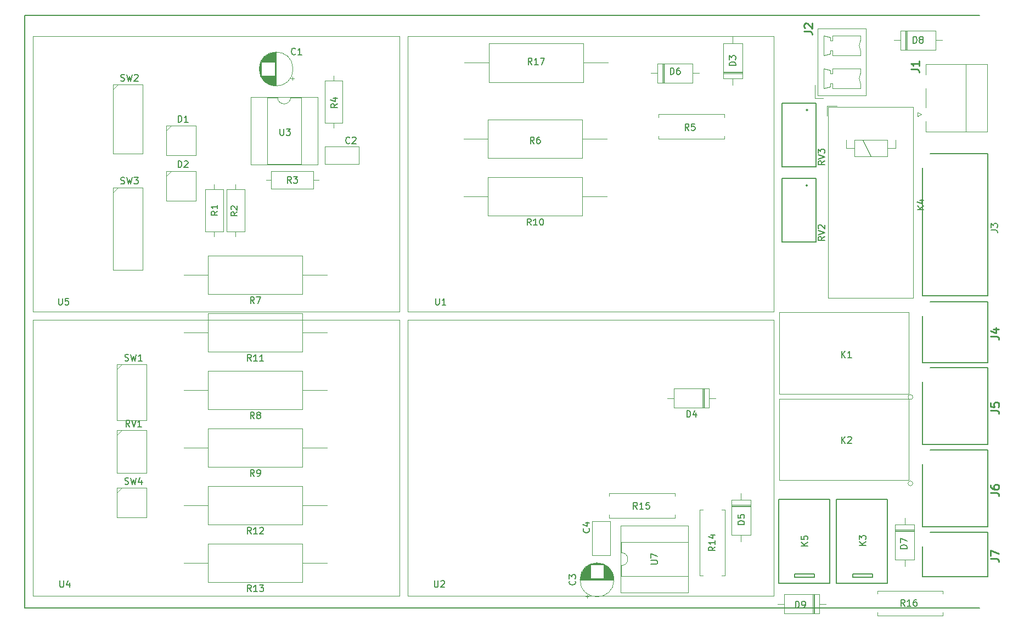
<source format=gbr>
G04 #@! TF.GenerationSoftware,KiCad,Pcbnew,(5.1.4-0-10_14)*
G04 #@! TF.CreationDate,2020-07-27T00:28:24+01:00*
G04 #@! TF.ProjectId,lightsBoard,6c696768-7473-4426-9f61-72642e6b6963,rev?*
G04 #@! TF.SameCoordinates,Original*
G04 #@! TF.FileFunction,Legend,Top*
G04 #@! TF.FilePolarity,Positive*
%FSLAX46Y46*%
G04 Gerber Fmt 4.6, Leading zero omitted, Abs format (unit mm)*
G04 Created by KiCad (PCBNEW (5.1.4-0-10_14)) date 2020-07-27 00:28:24*
%MOMM*%
%LPD*%
G04 APERTURE LIST*
%ADD10C,0.150000*%
%ADD11C,0.120000*%
%ADD12C,0.152400*%
%ADD13C,0.100000*%
%ADD14C,0.200000*%
%ADD15C,0.254000*%
G04 APERTURE END LIST*
D10*
X81280000Y-142240000D02*
X81280000Y-50800000D01*
X228600000Y-142240000D02*
X81280000Y-142240000D01*
X81280000Y-50800000D02*
X228600000Y-50800000D01*
X206502000Y-138430000D02*
X206502000Y-125476000D01*
X214376000Y-138430000D02*
X206502000Y-138430000D01*
X214376000Y-125476000D02*
X214376000Y-138430000D01*
X206502000Y-125476000D02*
X214376000Y-125476000D01*
X197612000Y-138430000D02*
X197612000Y-125476000D01*
X205486000Y-138430000D02*
X197612000Y-138430000D01*
X205486000Y-125476000D02*
X205486000Y-138430000D01*
X197612000Y-125476000D02*
X205486000Y-125476000D01*
D11*
X140335000Y-96520000D02*
X140335000Y-53975000D01*
X196850000Y-96520000D02*
X140335000Y-96520000D01*
X196850000Y-53975000D02*
X196850000Y-96520000D01*
X140335000Y-53975000D02*
X196850000Y-53975000D01*
X82550000Y-96520000D02*
X82550000Y-53975000D01*
X139065000Y-96520000D02*
X82550000Y-96520000D01*
X139065000Y-53975000D02*
X139065000Y-96520000D01*
X82550000Y-53975000D02*
X139065000Y-53975000D01*
X219015000Y-66340000D02*
X219015000Y-65740000D01*
X219615000Y-66040000D02*
X219015000Y-66340000D01*
X219015000Y-65740000D02*
X219615000Y-66040000D01*
X226415000Y-68690000D02*
X226415000Y-58310000D01*
X220305000Y-64990000D02*
X220305000Y-62010000D01*
X220305000Y-58310000D02*
X220305000Y-59910000D01*
X220305000Y-68690000D02*
X220305000Y-67090000D01*
X229725000Y-58310000D02*
X220305000Y-58310000D01*
X229725000Y-68690000D02*
X229725000Y-58310000D01*
X220305000Y-68690000D02*
X229725000Y-68690000D01*
X203176000Y-63555500D02*
X203176000Y-61555500D01*
X204426000Y-63555500D02*
X203176000Y-63555500D01*
X210176000Y-53935500D02*
X210176000Y-54685500D01*
X205876000Y-53935500D02*
X210176000Y-53935500D01*
X205876000Y-54685500D02*
X205876000Y-53935500D01*
X205526000Y-54685500D02*
X205876000Y-54685500D01*
X205526000Y-54185500D02*
X205526000Y-54685500D01*
X204526000Y-53935500D02*
X205526000Y-54185500D01*
X204526000Y-56935500D02*
X204526000Y-53935500D01*
X205526000Y-56685500D02*
X204526000Y-56935500D01*
X205526000Y-56185500D02*
X205526000Y-56685500D01*
X205876000Y-56185500D02*
X205526000Y-56185500D01*
X205876000Y-56935500D02*
X205876000Y-56185500D01*
X210176000Y-56935500D02*
X205876000Y-56935500D01*
X210176000Y-56185500D02*
X210176000Y-56935500D01*
X210176000Y-59015500D02*
X210176000Y-59765500D01*
X205876000Y-59015500D02*
X210176000Y-59015500D01*
X205876000Y-59765500D02*
X205876000Y-59015500D01*
X205526000Y-59765500D02*
X205876000Y-59765500D01*
X205526000Y-59265500D02*
X205526000Y-59765500D01*
X204526000Y-59015500D02*
X205526000Y-59265500D01*
X204526000Y-62015500D02*
X204526000Y-59015500D01*
X205526000Y-61765500D02*
X204526000Y-62015500D01*
X205526000Y-61265500D02*
X205526000Y-61765500D01*
X205876000Y-61265500D02*
X205526000Y-61265500D01*
X205876000Y-62015500D02*
X205876000Y-61265500D01*
X210176000Y-62015500D02*
X205876000Y-62015500D01*
X210176000Y-61265500D02*
X210176000Y-62015500D01*
X203566000Y-52785500D02*
X203566000Y-63165500D01*
X211036000Y-52785500D02*
X203566000Y-52785500D01*
X211036000Y-63165500D02*
X211036000Y-52785500D01*
X203566000Y-63165500D02*
X211036000Y-63165500D01*
X210175845Y-54685853D02*
G75*
G03X210176000Y-56185500I1700155J-749647D01*
G01*
X210175845Y-59765853D02*
G75*
G03X210176000Y-61265500I1700155J-749647D01*
G01*
D12*
X203327000Y-74117200D02*
X203327000Y-64338200D01*
X203327000Y-64338200D02*
X198120000Y-64338200D01*
X198120000Y-64338200D02*
X198120000Y-74117200D01*
X198120000Y-74117200D02*
X203327000Y-74117200D01*
X202057000Y-65405000D02*
G75*
G03X202057000Y-65405000I-127000J0D01*
G01*
D13*
X210566000Y-70040500D02*
X211836000Y-72580500D01*
D11*
X205226000Y-64950500D02*
X205226000Y-94350500D01*
X205226000Y-94350500D02*
X218326000Y-94350500D01*
X218326000Y-94350500D02*
X218326000Y-64950500D01*
X218326000Y-64950500D02*
X205226000Y-64950500D01*
X209296000Y-70040500D02*
X209296000Y-71310500D01*
X214376000Y-70040500D02*
X209296000Y-70040500D01*
X214376000Y-72580500D02*
X214376000Y-70040500D01*
X209296000Y-72580500D02*
X214376000Y-72580500D01*
X209296000Y-71310500D02*
X209296000Y-72580500D01*
X208026000Y-71310500D02*
X209296000Y-71310500D01*
X208026000Y-70040500D02*
X208026000Y-71310500D01*
X215646000Y-71310500D02*
X215646000Y-70040500D01*
X214376000Y-71310500D02*
X215646000Y-71310500D01*
X206526000Y-64750500D02*
X205026000Y-64750500D01*
X205026000Y-64750500D02*
X205026000Y-66250500D01*
D10*
X200025000Y-137477500D02*
X200025000Y-136969500D01*
X203073000Y-137477500D02*
X200025000Y-137477500D01*
X203073000Y-136969500D02*
X203073000Y-137477500D01*
X200025000Y-136969500D02*
X203073000Y-136969500D01*
D12*
X203327000Y-85737700D02*
X203327000Y-75958700D01*
X203327000Y-75958700D02*
X198120000Y-75958700D01*
X198120000Y-75958700D02*
X198120000Y-85737700D01*
X198120000Y-85737700D02*
X203327000Y-85737700D01*
X202057000Y-77025500D02*
G75*
G03X202057000Y-77025500I-127000J0D01*
G01*
D10*
X208978500Y-137477500D02*
X208978500Y-136969500D01*
X212026500Y-137477500D02*
X208978500Y-137477500D01*
X212026500Y-136969500D02*
X212026500Y-137477500D01*
X208978500Y-136969500D02*
X212026500Y-136969500D01*
D11*
X173235000Y-129543500D02*
X173235000Y-139823500D01*
X183635000Y-129543500D02*
X173235000Y-129543500D01*
X183635000Y-139823500D02*
X183635000Y-129543500D01*
X173235000Y-139823500D02*
X183635000Y-139823500D01*
X173295000Y-132033500D02*
X173295000Y-133683500D01*
X183575000Y-132033500D02*
X173295000Y-132033500D01*
X183575000Y-137333500D02*
X183575000Y-132033500D01*
X173295000Y-137333500D02*
X183575000Y-137333500D01*
X173295000Y-135683500D02*
X173295000Y-137333500D01*
X173295000Y-133683500D02*
G75*
G02X173295000Y-135683500I0J-1000000D01*
G01*
X82550000Y-140335000D02*
X82550000Y-97790000D01*
X139065000Y-140335000D02*
X82550000Y-140335000D01*
X139065000Y-97790000D02*
X139065000Y-140335000D01*
X82550000Y-97790000D02*
X139065000Y-97790000D01*
X126425000Y-63380000D02*
X116145000Y-63380000D01*
X126425000Y-73780000D02*
X126425000Y-63380000D01*
X116145000Y-73780000D02*
X126425000Y-73780000D01*
X116145000Y-63380000D02*
X116145000Y-73780000D01*
X123935000Y-63440000D02*
X122285000Y-63440000D01*
X123935000Y-73720000D02*
X123935000Y-63440000D01*
X118635000Y-73720000D02*
X123935000Y-73720000D01*
X118635000Y-63440000D02*
X118635000Y-73720000D01*
X120285000Y-63440000D02*
X118635000Y-63440000D01*
X122285000Y-63440000D02*
G75*
G02X120285000Y-63440000I-1000000J0D01*
G01*
X140335000Y-140335000D02*
X140335000Y-97790000D01*
X196850000Y-140335000D02*
X140335000Y-140335000D01*
X196850000Y-97790000D02*
X196850000Y-140335000D01*
X140335000Y-97790000D02*
X196850000Y-97790000D01*
X95504000Y-124460000D02*
X96266000Y-123698000D01*
X100076000Y-123698000D02*
X95504000Y-123698000D01*
X100076000Y-128270000D02*
X100076000Y-123698000D01*
X95504000Y-128270000D02*
X100076000Y-128270000D01*
X95504000Y-123698000D02*
X95504000Y-128270000D01*
X94869000Y-90043000D02*
X99441000Y-90043000D01*
X94869000Y-78105000D02*
X95631000Y-77343000D01*
X99441000Y-77343000D02*
X94869000Y-77343000D01*
X99441000Y-90043000D02*
X99441000Y-77343000D01*
X94869000Y-77343000D02*
X94869000Y-90043000D01*
X94869000Y-72136000D02*
X99441000Y-72136000D01*
X94869000Y-62230000D02*
X95631000Y-61468000D01*
X99441000Y-61468000D02*
X94869000Y-61468000D01*
X99441000Y-72136000D02*
X99441000Y-61468000D01*
X94869000Y-61468000D02*
X94869000Y-72136000D01*
X95504000Y-113284000D02*
X100076000Y-113284000D01*
X95504000Y-105410000D02*
X96266000Y-104648000D01*
X100076000Y-104648000D02*
X95504000Y-104648000D01*
X100076000Y-113284000D02*
X100076000Y-104648000D01*
X95504000Y-104648000D02*
X95504000Y-113284000D01*
X95504000Y-115570000D02*
X96266000Y-114808000D01*
X100076000Y-114808000D02*
X95504000Y-114808000D01*
X100076000Y-121412000D02*
X100076000Y-114808000D01*
X95504000Y-121412000D02*
X100076000Y-121412000D01*
X95504000Y-114808000D02*
X95504000Y-121412000D01*
X171215225Y-58100000D02*
X167425225Y-58100000D01*
X149095225Y-58100000D02*
X152885225Y-58100000D01*
X167425225Y-55130000D02*
X152885225Y-55130000D01*
X167425225Y-61070000D02*
X167425225Y-55130000D01*
X152885225Y-61070000D02*
X167425225Y-61070000D01*
X152885225Y-55130000D02*
X152885225Y-61070000D01*
X222938500Y-143398000D02*
X222938500Y-142918000D01*
X212798500Y-143398000D02*
X222938500Y-143398000D01*
X212798500Y-142918000D02*
X212798500Y-143398000D01*
X222938500Y-139558000D02*
X222938500Y-140038000D01*
X212798500Y-139558000D02*
X222938500Y-139558000D01*
X212798500Y-140038000D02*
X212798500Y-139558000D01*
X181600000Y-128348500D02*
X181600000Y-127868500D01*
X171460000Y-128348500D02*
X181600000Y-128348500D01*
X171460000Y-127868500D02*
X171460000Y-128348500D01*
X181600000Y-124508500D02*
X181600000Y-124988500D01*
X171460000Y-124508500D02*
X181600000Y-124508500D01*
X171460000Y-124988500D02*
X171460000Y-124508500D01*
X189245000Y-127073500D02*
X188765000Y-127073500D01*
X189245000Y-137213500D02*
X189245000Y-127073500D01*
X188765000Y-137213500D02*
X189245000Y-137213500D01*
X185405000Y-127073500D02*
X185885000Y-127073500D01*
X185405000Y-137213500D02*
X185405000Y-127073500D01*
X185885000Y-137213500D02*
X185405000Y-137213500D01*
X105780000Y-135255000D02*
X109570000Y-135255000D01*
X127900000Y-135255000D02*
X124110000Y-135255000D01*
X109570000Y-138225000D02*
X124110000Y-138225000D01*
X109570000Y-132285000D02*
X109570000Y-138225000D01*
X124110000Y-132285000D02*
X109570000Y-132285000D01*
X124110000Y-138225000D02*
X124110000Y-132285000D01*
X105780000Y-126365000D02*
X109570000Y-126365000D01*
X127900000Y-126365000D02*
X124110000Y-126365000D01*
X109570000Y-129335000D02*
X124110000Y-129335000D01*
X109570000Y-123395000D02*
X109570000Y-129335000D01*
X124110000Y-123395000D02*
X109570000Y-123395000D01*
X124110000Y-129335000D02*
X124110000Y-123395000D01*
X105780000Y-99695000D02*
X109570000Y-99695000D01*
X127900000Y-99695000D02*
X124110000Y-99695000D01*
X109570000Y-102665000D02*
X124110000Y-102665000D01*
X109570000Y-96725000D02*
X109570000Y-102665000D01*
X124110000Y-96725000D02*
X109570000Y-96725000D01*
X124110000Y-102665000D02*
X124110000Y-96725000D01*
X148960000Y-78740000D02*
X152750000Y-78740000D01*
X171080000Y-78740000D02*
X167290000Y-78740000D01*
X152750000Y-81710000D02*
X167290000Y-81710000D01*
X152750000Y-75770000D02*
X152750000Y-81710000D01*
X167290000Y-75770000D02*
X152750000Y-75770000D01*
X167290000Y-81710000D02*
X167290000Y-75770000D01*
X105780000Y-117475000D02*
X109570000Y-117475000D01*
X127900000Y-117475000D02*
X124110000Y-117475000D01*
X109570000Y-120445000D02*
X124110000Y-120445000D01*
X109570000Y-114505000D02*
X109570000Y-120445000D01*
X124110000Y-114505000D02*
X109570000Y-114505000D01*
X124110000Y-120445000D02*
X124110000Y-114505000D01*
X105780000Y-108585000D02*
X109570000Y-108585000D01*
X127900000Y-108585000D02*
X124110000Y-108585000D01*
X109570000Y-111555000D02*
X124110000Y-111555000D01*
X109570000Y-105615000D02*
X109570000Y-111555000D01*
X124110000Y-105615000D02*
X109570000Y-105615000D01*
X124110000Y-111555000D02*
X124110000Y-105615000D01*
X105780000Y-90805000D02*
X109570000Y-90805000D01*
X127900000Y-90805000D02*
X124110000Y-90805000D01*
X109570000Y-93775000D02*
X124110000Y-93775000D01*
X109570000Y-87835000D02*
X109570000Y-93775000D01*
X124110000Y-87835000D02*
X109570000Y-87835000D01*
X124110000Y-93775000D02*
X124110000Y-87835000D01*
X148960000Y-69850000D02*
X152750000Y-69850000D01*
X171080000Y-69850000D02*
X167290000Y-69850000D01*
X152750000Y-72820000D02*
X167290000Y-72820000D01*
X152750000Y-66880000D02*
X152750000Y-72820000D01*
X167290000Y-66880000D02*
X152750000Y-66880000D01*
X167290000Y-72820000D02*
X167290000Y-66880000D01*
X189220000Y-69865000D02*
X189220000Y-69385000D01*
X179080000Y-69865000D02*
X189220000Y-69865000D01*
X179080000Y-69385000D02*
X179080000Y-69865000D01*
X189220000Y-66025000D02*
X189220000Y-66505000D01*
X179080000Y-66025000D02*
X189220000Y-66025000D01*
X179080000Y-66505000D02*
X179080000Y-66025000D01*
X128905000Y-68175000D02*
X128905000Y-67405000D01*
X128905000Y-60095000D02*
X128905000Y-60865000D01*
X130275000Y-67405000D02*
X130275000Y-60865000D01*
X127535000Y-67405000D02*
X130275000Y-67405000D01*
X127535000Y-60865000D02*
X127535000Y-67405000D01*
X130275000Y-60865000D02*
X127535000Y-60865000D01*
X126595000Y-76200000D02*
X125825000Y-76200000D01*
X118515000Y-76200000D02*
X119285000Y-76200000D01*
X125825000Y-74830000D02*
X119285000Y-74830000D01*
X125825000Y-77570000D02*
X125825000Y-74830000D01*
X119285000Y-77570000D02*
X125825000Y-77570000D01*
X119285000Y-74830000D02*
X119285000Y-77570000D01*
X113792000Y-76859000D02*
X113792000Y-77629000D01*
X113792000Y-84939000D02*
X113792000Y-84169000D01*
X112422000Y-77629000D02*
X112422000Y-84169000D01*
X115162000Y-77629000D02*
X112422000Y-77629000D01*
X115162000Y-84169000D02*
X115162000Y-77629000D01*
X112422000Y-84169000D02*
X115162000Y-84169000D01*
X110490000Y-76859000D02*
X110490000Y-77629000D01*
X110490000Y-84939000D02*
X110490000Y-84169000D01*
X109120000Y-77629000D02*
X109120000Y-84169000D01*
X111860000Y-77629000D02*
X109120000Y-77629000D01*
X111860000Y-84169000D02*
X111860000Y-77629000D01*
X109120000Y-84169000D02*
X111860000Y-84169000D01*
X217652600Y-109956600D02*
X217652600Y-122504200D01*
X217652600Y-122504200D02*
X197637400Y-122504200D01*
X197637400Y-122504200D02*
X197637400Y-109956600D01*
X197637400Y-109956600D02*
X217652600Y-109956600D01*
X218276430Y-123012200D02*
G75*
G03X218276430Y-123012200I-369830J0D01*
G01*
X217652600Y-96621600D02*
X217652600Y-109169200D01*
X217652600Y-109169200D02*
X197637400Y-109169200D01*
X197637400Y-109169200D02*
X197637400Y-96621600D01*
X197637400Y-96621600D02*
X217652600Y-96621600D01*
X218276430Y-109677200D02*
G75*
G03X218276430Y-109677200I-369830J0D01*
G01*
D14*
X219780000Y-132715000D02*
X219780000Y-137415000D01*
X219780000Y-137415000D02*
X229880000Y-137415000D01*
X229880000Y-137415000D02*
X229880000Y-130515000D01*
X229880000Y-130515000D02*
X220980000Y-130515000D01*
X219780000Y-120015000D02*
X219780000Y-129715000D01*
X219780000Y-129715000D02*
X229880000Y-129715000D01*
X229880000Y-129715000D02*
X229880000Y-117815000D01*
X229880000Y-117815000D02*
X220980000Y-117815000D01*
X219780000Y-107315000D02*
X219780000Y-117015000D01*
X219780000Y-117015000D02*
X229880000Y-117015000D01*
X229880000Y-117015000D02*
X229880000Y-105115000D01*
X229880000Y-105115000D02*
X220980000Y-105115000D01*
X219780000Y-104355000D02*
X229880000Y-104355000D01*
X219780000Y-97155000D02*
X219780000Y-104355000D01*
X229880000Y-104355000D02*
X229880000Y-94955000D01*
X229880000Y-94955000D02*
X220980000Y-94955000D01*
X219770000Y-94045000D02*
X229870000Y-94045000D01*
X229880000Y-72095000D02*
X220980000Y-72095000D01*
X229870000Y-94045000D02*
X229880000Y-72095000D01*
X219780000Y-74295000D02*
X219770000Y-94045000D01*
D11*
X203108000Y-143075000D02*
X203108000Y-140135000D01*
X202868000Y-143075000D02*
X202868000Y-140135000D01*
X202988000Y-143075000D02*
X202988000Y-140135000D01*
X197428000Y-141605000D02*
X198448000Y-141605000D01*
X204908000Y-141605000D02*
X203888000Y-141605000D01*
X198448000Y-143075000D02*
X203888000Y-143075000D01*
X198448000Y-140135000D02*
X198448000Y-143075000D01*
X203888000Y-140135000D02*
X198448000Y-140135000D01*
X203888000Y-143075000D02*
X203888000Y-140135000D01*
X217135000Y-53140000D02*
X217135000Y-56080000D01*
X217375000Y-53140000D02*
X217375000Y-56080000D01*
X217255000Y-53140000D02*
X217255000Y-56080000D01*
X222815000Y-54610000D02*
X221795000Y-54610000D01*
X215335000Y-54610000D02*
X216355000Y-54610000D01*
X221795000Y-53140000D02*
X216355000Y-53140000D01*
X221795000Y-56080000D02*
X221795000Y-53140000D01*
X216355000Y-56080000D02*
X221795000Y-56080000D01*
X216355000Y-53140000D02*
X216355000Y-56080000D01*
X218513000Y-130140000D02*
X215573000Y-130140000D01*
X218513000Y-130380000D02*
X215573000Y-130380000D01*
X218513000Y-130260000D02*
X215573000Y-130260000D01*
X217043000Y-135820000D02*
X217043000Y-134800000D01*
X217043000Y-128340000D02*
X217043000Y-129360000D01*
X218513000Y-134800000D02*
X218513000Y-129360000D01*
X215573000Y-134800000D02*
X218513000Y-134800000D01*
X215573000Y-129360000D02*
X215573000Y-134800000D01*
X218513000Y-129360000D02*
X215573000Y-129360000D01*
X179670000Y-58220000D02*
X179670000Y-61160000D01*
X179910000Y-58220000D02*
X179910000Y-61160000D01*
X179790000Y-58220000D02*
X179790000Y-61160000D01*
X185350000Y-59690000D02*
X184330000Y-59690000D01*
X177870000Y-59690000D02*
X178890000Y-59690000D01*
X184330000Y-58220000D02*
X178890000Y-58220000D01*
X184330000Y-61160000D02*
X184330000Y-58220000D01*
X178890000Y-61160000D02*
X184330000Y-61160000D01*
X178890000Y-58220000D02*
X178890000Y-61160000D01*
X193240000Y-126330000D02*
X190300000Y-126330000D01*
X193240000Y-126570000D02*
X190300000Y-126570000D01*
X193240000Y-126450000D02*
X190300000Y-126450000D01*
X191770000Y-132010000D02*
X191770000Y-130990000D01*
X191770000Y-124530000D02*
X191770000Y-125550000D01*
X193240000Y-130990000D02*
X193240000Y-125550000D01*
X190300000Y-130990000D02*
X193240000Y-130990000D01*
X190300000Y-125550000D02*
X190300000Y-130990000D01*
X193240000Y-125550000D02*
X190300000Y-125550000D01*
X186090000Y-111325000D02*
X186090000Y-108385000D01*
X185850000Y-111325000D02*
X185850000Y-108385000D01*
X185970000Y-111325000D02*
X185970000Y-108385000D01*
X180410000Y-109855000D02*
X181430000Y-109855000D01*
X187890000Y-109855000D02*
X186870000Y-109855000D01*
X181430000Y-111325000D02*
X186870000Y-111325000D01*
X181430000Y-108385000D02*
X181430000Y-111325000D01*
X186870000Y-108385000D02*
X181430000Y-108385000D01*
X186870000Y-111325000D02*
X186870000Y-108385000D01*
X189030000Y-59725000D02*
X191970000Y-59725000D01*
X189030000Y-59485000D02*
X191970000Y-59485000D01*
X189030000Y-59605000D02*
X191970000Y-59605000D01*
X190500000Y-54045000D02*
X190500000Y-55065000D01*
X190500000Y-61525000D02*
X190500000Y-60505000D01*
X189030000Y-55065000D02*
X189030000Y-60505000D01*
X191970000Y-55065000D02*
X189030000Y-55065000D01*
X191970000Y-60505000D02*
X191970000Y-55065000D01*
X189030000Y-60505000D02*
X191970000Y-60505000D01*
X103124000Y-75565000D02*
X103886000Y-74803000D01*
X107696000Y-74803000D02*
X103124000Y-74803000D01*
X107696000Y-79375000D02*
X107696000Y-74803000D01*
X103124000Y-79375000D02*
X107696000Y-79375000D01*
X103124000Y-74803000D02*
X103124000Y-79375000D01*
X103124000Y-68580000D02*
X103886000Y-67818000D01*
X107696000Y-67818000D02*
X103124000Y-67818000D01*
X107696000Y-72390000D02*
X107696000Y-67818000D01*
X103124000Y-72390000D02*
X107696000Y-72390000D01*
X103124000Y-67818000D02*
X103124000Y-72390000D01*
X171550000Y-134108500D02*
X168810000Y-134108500D01*
X171550000Y-128868500D02*
X168810000Y-128868500D01*
X168810000Y-128868500D02*
X168810000Y-134108500D01*
X171550000Y-128868500D02*
X171550000Y-134108500D01*
X167820000Y-140433275D02*
X168320000Y-140433275D01*
X168070000Y-140683275D02*
X168070000Y-140183275D01*
X169261000Y-135277500D02*
X169829000Y-135277500D01*
X169027000Y-135317500D02*
X170063000Y-135317500D01*
X168868000Y-135357500D02*
X170222000Y-135357500D01*
X168740000Y-135397500D02*
X170350000Y-135397500D01*
X168630000Y-135437500D02*
X170460000Y-135437500D01*
X168534000Y-135477500D02*
X170556000Y-135477500D01*
X168447000Y-135517500D02*
X170643000Y-135517500D01*
X168367000Y-135557500D02*
X170723000Y-135557500D01*
X170585000Y-135597500D02*
X170796000Y-135597500D01*
X168294000Y-135597500D02*
X168505000Y-135597500D01*
X170585000Y-135637500D02*
X170864000Y-135637500D01*
X168226000Y-135637500D02*
X168505000Y-135637500D01*
X170585000Y-135677500D02*
X170928000Y-135677500D01*
X168162000Y-135677500D02*
X168505000Y-135677500D01*
X170585000Y-135717500D02*
X170988000Y-135717500D01*
X168102000Y-135717500D02*
X168505000Y-135717500D01*
X170585000Y-135757500D02*
X171045000Y-135757500D01*
X168045000Y-135757500D02*
X168505000Y-135757500D01*
X170585000Y-135797500D02*
X171099000Y-135797500D01*
X167991000Y-135797500D02*
X168505000Y-135797500D01*
X170585000Y-135837500D02*
X171150000Y-135837500D01*
X167940000Y-135837500D02*
X168505000Y-135837500D01*
X170585000Y-135877500D02*
X171198000Y-135877500D01*
X167892000Y-135877500D02*
X168505000Y-135877500D01*
X170585000Y-135917500D02*
X171244000Y-135917500D01*
X167846000Y-135917500D02*
X168505000Y-135917500D01*
X170585000Y-135957500D02*
X171288000Y-135957500D01*
X167802000Y-135957500D02*
X168505000Y-135957500D01*
X170585000Y-135997500D02*
X171330000Y-135997500D01*
X167760000Y-135997500D02*
X168505000Y-135997500D01*
X170585000Y-136037500D02*
X171371000Y-136037500D01*
X167719000Y-136037500D02*
X168505000Y-136037500D01*
X170585000Y-136077500D02*
X171409000Y-136077500D01*
X167681000Y-136077500D02*
X168505000Y-136077500D01*
X170585000Y-136117500D02*
X171446000Y-136117500D01*
X167644000Y-136117500D02*
X168505000Y-136117500D01*
X170585000Y-136157500D02*
X171482000Y-136157500D01*
X167608000Y-136157500D02*
X168505000Y-136157500D01*
X170585000Y-136197500D02*
X171516000Y-136197500D01*
X167574000Y-136197500D02*
X168505000Y-136197500D01*
X170585000Y-136237500D02*
X171549000Y-136237500D01*
X167541000Y-136237500D02*
X168505000Y-136237500D01*
X170585000Y-136277500D02*
X171580000Y-136277500D01*
X167510000Y-136277500D02*
X168505000Y-136277500D01*
X170585000Y-136317500D02*
X171610000Y-136317500D01*
X167480000Y-136317500D02*
X168505000Y-136317500D01*
X170585000Y-136357500D02*
X171640000Y-136357500D01*
X167450000Y-136357500D02*
X168505000Y-136357500D01*
X170585000Y-136397500D02*
X171667000Y-136397500D01*
X167423000Y-136397500D02*
X168505000Y-136397500D01*
X170585000Y-136437500D02*
X171694000Y-136437500D01*
X167396000Y-136437500D02*
X168505000Y-136437500D01*
X170585000Y-136477500D02*
X171720000Y-136477500D01*
X167370000Y-136477500D02*
X168505000Y-136477500D01*
X170585000Y-136517500D02*
X171745000Y-136517500D01*
X167345000Y-136517500D02*
X168505000Y-136517500D01*
X170585000Y-136557500D02*
X171769000Y-136557500D01*
X167321000Y-136557500D02*
X168505000Y-136557500D01*
X170585000Y-136597500D02*
X171792000Y-136597500D01*
X167298000Y-136597500D02*
X168505000Y-136597500D01*
X170585000Y-136637500D02*
X171813000Y-136637500D01*
X167277000Y-136637500D02*
X168505000Y-136637500D01*
X170585000Y-136677500D02*
X171835000Y-136677500D01*
X167255000Y-136677500D02*
X168505000Y-136677500D01*
X170585000Y-136717500D02*
X171855000Y-136717500D01*
X167235000Y-136717500D02*
X168505000Y-136717500D01*
X170585000Y-136757500D02*
X171874000Y-136757500D01*
X167216000Y-136757500D02*
X168505000Y-136757500D01*
X170585000Y-136797500D02*
X171893000Y-136797500D01*
X167197000Y-136797500D02*
X168505000Y-136797500D01*
X170585000Y-136837500D02*
X171910000Y-136837500D01*
X167180000Y-136837500D02*
X168505000Y-136837500D01*
X170585000Y-136877500D02*
X171927000Y-136877500D01*
X167163000Y-136877500D02*
X168505000Y-136877500D01*
X170585000Y-136917500D02*
X171943000Y-136917500D01*
X167147000Y-136917500D02*
X168505000Y-136917500D01*
X170585000Y-136957500D02*
X171959000Y-136957500D01*
X167131000Y-136957500D02*
X168505000Y-136957500D01*
X170585000Y-136997500D02*
X171973000Y-136997500D01*
X167117000Y-136997500D02*
X168505000Y-136997500D01*
X170585000Y-137037500D02*
X171987000Y-137037500D01*
X167103000Y-137037500D02*
X168505000Y-137037500D01*
X170585000Y-137077500D02*
X172000000Y-137077500D01*
X167090000Y-137077500D02*
X168505000Y-137077500D01*
X170585000Y-137117500D02*
X172013000Y-137117500D01*
X167077000Y-137117500D02*
X168505000Y-137117500D01*
X170585000Y-137157500D02*
X172025000Y-137157500D01*
X167065000Y-137157500D02*
X168505000Y-137157500D01*
X170585000Y-137198500D02*
X172036000Y-137198500D01*
X167054000Y-137198500D02*
X168505000Y-137198500D01*
X170585000Y-137238500D02*
X172046000Y-137238500D01*
X167044000Y-137238500D02*
X168505000Y-137238500D01*
X170585000Y-137278500D02*
X172056000Y-137278500D01*
X167034000Y-137278500D02*
X168505000Y-137278500D01*
X170585000Y-137318500D02*
X172065000Y-137318500D01*
X167025000Y-137318500D02*
X168505000Y-137318500D01*
X170585000Y-137358500D02*
X172073000Y-137358500D01*
X167017000Y-137358500D02*
X168505000Y-137358500D01*
X170585000Y-137398500D02*
X172081000Y-137398500D01*
X167009000Y-137398500D02*
X168505000Y-137398500D01*
X170585000Y-137438500D02*
X172088000Y-137438500D01*
X167002000Y-137438500D02*
X168505000Y-137438500D01*
X170585000Y-137478500D02*
X172095000Y-137478500D01*
X166995000Y-137478500D02*
X168505000Y-137478500D01*
X170585000Y-137518500D02*
X172101000Y-137518500D01*
X166989000Y-137518500D02*
X168505000Y-137518500D01*
X170585000Y-137558500D02*
X172106000Y-137558500D01*
X166984000Y-137558500D02*
X168505000Y-137558500D01*
X170585000Y-137598500D02*
X172110000Y-137598500D01*
X166980000Y-137598500D02*
X168505000Y-137598500D01*
X170585000Y-137638500D02*
X172114000Y-137638500D01*
X166976000Y-137638500D02*
X168505000Y-137638500D01*
X166972000Y-137678500D02*
X172118000Y-137678500D01*
X166969000Y-137718500D02*
X172121000Y-137718500D01*
X166967000Y-137758500D02*
X172123000Y-137758500D01*
X166966000Y-137798500D02*
X172124000Y-137798500D01*
X166965000Y-137838500D02*
X172125000Y-137838500D01*
X166965000Y-137878500D02*
X172125000Y-137878500D01*
X172165000Y-137878500D02*
G75*
G03X172165000Y-137878500I-2620000J0D01*
G01*
X132775000Y-71020000D02*
X132775000Y-73760000D01*
X127535000Y-71020000D02*
X127535000Y-73760000D01*
X127535000Y-73760000D02*
X132775000Y-73760000D01*
X127535000Y-71020000D02*
X132775000Y-71020000D01*
X122589775Y-60780000D02*
X122589775Y-60280000D01*
X122839775Y-60530000D02*
X122339775Y-60530000D01*
X117434000Y-59339000D02*
X117434000Y-58771000D01*
X117474000Y-59573000D02*
X117474000Y-58537000D01*
X117514000Y-59732000D02*
X117514000Y-58378000D01*
X117554000Y-59860000D02*
X117554000Y-58250000D01*
X117594000Y-59970000D02*
X117594000Y-58140000D01*
X117634000Y-60066000D02*
X117634000Y-58044000D01*
X117674000Y-60153000D02*
X117674000Y-57957000D01*
X117714000Y-60233000D02*
X117714000Y-57877000D01*
X117754000Y-58015000D02*
X117754000Y-57804000D01*
X117754000Y-60306000D02*
X117754000Y-60095000D01*
X117794000Y-58015000D02*
X117794000Y-57736000D01*
X117794000Y-60374000D02*
X117794000Y-60095000D01*
X117834000Y-58015000D02*
X117834000Y-57672000D01*
X117834000Y-60438000D02*
X117834000Y-60095000D01*
X117874000Y-58015000D02*
X117874000Y-57612000D01*
X117874000Y-60498000D02*
X117874000Y-60095000D01*
X117914000Y-58015000D02*
X117914000Y-57555000D01*
X117914000Y-60555000D02*
X117914000Y-60095000D01*
X117954000Y-58015000D02*
X117954000Y-57501000D01*
X117954000Y-60609000D02*
X117954000Y-60095000D01*
X117994000Y-58015000D02*
X117994000Y-57450000D01*
X117994000Y-60660000D02*
X117994000Y-60095000D01*
X118034000Y-58015000D02*
X118034000Y-57402000D01*
X118034000Y-60708000D02*
X118034000Y-60095000D01*
X118074000Y-58015000D02*
X118074000Y-57356000D01*
X118074000Y-60754000D02*
X118074000Y-60095000D01*
X118114000Y-58015000D02*
X118114000Y-57312000D01*
X118114000Y-60798000D02*
X118114000Y-60095000D01*
X118154000Y-58015000D02*
X118154000Y-57270000D01*
X118154000Y-60840000D02*
X118154000Y-60095000D01*
X118194000Y-58015000D02*
X118194000Y-57229000D01*
X118194000Y-60881000D02*
X118194000Y-60095000D01*
X118234000Y-58015000D02*
X118234000Y-57191000D01*
X118234000Y-60919000D02*
X118234000Y-60095000D01*
X118274000Y-58015000D02*
X118274000Y-57154000D01*
X118274000Y-60956000D02*
X118274000Y-60095000D01*
X118314000Y-58015000D02*
X118314000Y-57118000D01*
X118314000Y-60992000D02*
X118314000Y-60095000D01*
X118354000Y-58015000D02*
X118354000Y-57084000D01*
X118354000Y-61026000D02*
X118354000Y-60095000D01*
X118394000Y-58015000D02*
X118394000Y-57051000D01*
X118394000Y-61059000D02*
X118394000Y-60095000D01*
X118434000Y-58015000D02*
X118434000Y-57020000D01*
X118434000Y-61090000D02*
X118434000Y-60095000D01*
X118474000Y-58015000D02*
X118474000Y-56990000D01*
X118474000Y-61120000D02*
X118474000Y-60095000D01*
X118514000Y-58015000D02*
X118514000Y-56960000D01*
X118514000Y-61150000D02*
X118514000Y-60095000D01*
X118554000Y-58015000D02*
X118554000Y-56933000D01*
X118554000Y-61177000D02*
X118554000Y-60095000D01*
X118594000Y-58015000D02*
X118594000Y-56906000D01*
X118594000Y-61204000D02*
X118594000Y-60095000D01*
X118634000Y-58015000D02*
X118634000Y-56880000D01*
X118634000Y-61230000D02*
X118634000Y-60095000D01*
X118674000Y-58015000D02*
X118674000Y-56855000D01*
X118674000Y-61255000D02*
X118674000Y-60095000D01*
X118714000Y-58015000D02*
X118714000Y-56831000D01*
X118714000Y-61279000D02*
X118714000Y-60095000D01*
X118754000Y-58015000D02*
X118754000Y-56808000D01*
X118754000Y-61302000D02*
X118754000Y-60095000D01*
X118794000Y-58015000D02*
X118794000Y-56787000D01*
X118794000Y-61323000D02*
X118794000Y-60095000D01*
X118834000Y-58015000D02*
X118834000Y-56765000D01*
X118834000Y-61345000D02*
X118834000Y-60095000D01*
X118874000Y-58015000D02*
X118874000Y-56745000D01*
X118874000Y-61365000D02*
X118874000Y-60095000D01*
X118914000Y-58015000D02*
X118914000Y-56726000D01*
X118914000Y-61384000D02*
X118914000Y-60095000D01*
X118954000Y-58015000D02*
X118954000Y-56707000D01*
X118954000Y-61403000D02*
X118954000Y-60095000D01*
X118994000Y-58015000D02*
X118994000Y-56690000D01*
X118994000Y-61420000D02*
X118994000Y-60095000D01*
X119034000Y-58015000D02*
X119034000Y-56673000D01*
X119034000Y-61437000D02*
X119034000Y-60095000D01*
X119074000Y-58015000D02*
X119074000Y-56657000D01*
X119074000Y-61453000D02*
X119074000Y-60095000D01*
X119114000Y-58015000D02*
X119114000Y-56641000D01*
X119114000Y-61469000D02*
X119114000Y-60095000D01*
X119154000Y-58015000D02*
X119154000Y-56627000D01*
X119154000Y-61483000D02*
X119154000Y-60095000D01*
X119194000Y-58015000D02*
X119194000Y-56613000D01*
X119194000Y-61497000D02*
X119194000Y-60095000D01*
X119234000Y-58015000D02*
X119234000Y-56600000D01*
X119234000Y-61510000D02*
X119234000Y-60095000D01*
X119274000Y-58015000D02*
X119274000Y-56587000D01*
X119274000Y-61523000D02*
X119274000Y-60095000D01*
X119314000Y-58015000D02*
X119314000Y-56575000D01*
X119314000Y-61535000D02*
X119314000Y-60095000D01*
X119355000Y-58015000D02*
X119355000Y-56564000D01*
X119355000Y-61546000D02*
X119355000Y-60095000D01*
X119395000Y-58015000D02*
X119395000Y-56554000D01*
X119395000Y-61556000D02*
X119395000Y-60095000D01*
X119435000Y-58015000D02*
X119435000Y-56544000D01*
X119435000Y-61566000D02*
X119435000Y-60095000D01*
X119475000Y-58015000D02*
X119475000Y-56535000D01*
X119475000Y-61575000D02*
X119475000Y-60095000D01*
X119515000Y-58015000D02*
X119515000Y-56527000D01*
X119515000Y-61583000D02*
X119515000Y-60095000D01*
X119555000Y-58015000D02*
X119555000Y-56519000D01*
X119555000Y-61591000D02*
X119555000Y-60095000D01*
X119595000Y-58015000D02*
X119595000Y-56512000D01*
X119595000Y-61598000D02*
X119595000Y-60095000D01*
X119635000Y-58015000D02*
X119635000Y-56505000D01*
X119635000Y-61605000D02*
X119635000Y-60095000D01*
X119675000Y-58015000D02*
X119675000Y-56499000D01*
X119675000Y-61611000D02*
X119675000Y-60095000D01*
X119715000Y-58015000D02*
X119715000Y-56494000D01*
X119715000Y-61616000D02*
X119715000Y-60095000D01*
X119755000Y-58015000D02*
X119755000Y-56490000D01*
X119755000Y-61620000D02*
X119755000Y-60095000D01*
X119795000Y-58015000D02*
X119795000Y-56486000D01*
X119795000Y-61624000D02*
X119795000Y-60095000D01*
X119835000Y-61628000D02*
X119835000Y-56482000D01*
X119875000Y-61631000D02*
X119875000Y-56479000D01*
X119915000Y-61633000D02*
X119915000Y-56477000D01*
X119955000Y-61634000D02*
X119955000Y-56476000D01*
X119995000Y-61635000D02*
X119995000Y-56475000D01*
X120035000Y-61635000D02*
X120035000Y-56475000D01*
X122655000Y-59055000D02*
G75*
G03X122655000Y-59055000I-2620000J0D01*
G01*
D10*
X144653095Y-94448380D02*
X144653095Y-95257904D01*
X144700714Y-95353142D01*
X144748333Y-95400761D01*
X144843571Y-95448380D01*
X145034047Y-95448380D01*
X145129285Y-95400761D01*
X145176904Y-95353142D01*
X145224523Y-95257904D01*
X145224523Y-94448380D01*
X146224523Y-95448380D02*
X145653095Y-95448380D01*
X145938809Y-95448380D02*
X145938809Y-94448380D01*
X145843571Y-94591238D01*
X145748333Y-94686476D01*
X145653095Y-94734095D01*
X86487095Y-94448380D02*
X86487095Y-95257904D01*
X86534714Y-95353142D01*
X86582333Y-95400761D01*
X86677571Y-95448380D01*
X86868047Y-95448380D01*
X86963285Y-95400761D01*
X87010904Y-95353142D01*
X87058523Y-95257904D01*
X87058523Y-94448380D01*
X88010904Y-94448380D02*
X87534714Y-94448380D01*
X87487095Y-94924571D01*
X87534714Y-94876952D01*
X87629952Y-94829333D01*
X87868047Y-94829333D01*
X87963285Y-94876952D01*
X88010904Y-94924571D01*
X88058523Y-95019809D01*
X88058523Y-95257904D01*
X88010904Y-95353142D01*
X87963285Y-95400761D01*
X87868047Y-95448380D01*
X87629952Y-95448380D01*
X87534714Y-95400761D01*
X87487095Y-95353142D01*
D15*
X217998523Y-59097333D02*
X218905666Y-59097333D01*
X219087095Y-59157809D01*
X219208047Y-59278761D01*
X219268523Y-59460190D01*
X219268523Y-59581142D01*
X219268523Y-57827333D02*
X219268523Y-58553047D01*
X219268523Y-58190190D02*
X217998523Y-58190190D01*
X218179952Y-58311142D01*
X218300904Y-58432095D01*
X218361380Y-58553047D01*
X201488523Y-53255333D02*
X202395666Y-53255333D01*
X202577095Y-53315809D01*
X202698047Y-53436761D01*
X202758523Y-53618190D01*
X202758523Y-53739142D01*
X201609476Y-52711047D02*
X201549000Y-52650571D01*
X201488523Y-52529619D01*
X201488523Y-52227238D01*
X201549000Y-52106285D01*
X201609476Y-52045809D01*
X201730428Y-51985333D01*
X201851380Y-51985333D01*
X202032809Y-52045809D01*
X202758523Y-52771523D01*
X202758523Y-51985333D01*
D10*
X204668380Y-73239238D02*
X204192190Y-73572571D01*
X204668380Y-73810666D02*
X203668380Y-73810666D01*
X203668380Y-73429714D01*
X203716000Y-73334476D01*
X203763619Y-73286857D01*
X203858857Y-73239238D01*
X204001714Y-73239238D01*
X204096952Y-73286857D01*
X204144571Y-73334476D01*
X204192190Y-73429714D01*
X204192190Y-73810666D01*
X203668380Y-72953523D02*
X204668380Y-72620190D01*
X203668380Y-72286857D01*
X203668380Y-72048761D02*
X203668380Y-71429714D01*
X204049333Y-71763047D01*
X204049333Y-71620190D01*
X204096952Y-71524952D01*
X204144571Y-71477333D01*
X204239809Y-71429714D01*
X204477904Y-71429714D01*
X204573142Y-71477333D01*
X204620761Y-71524952D01*
X204668380Y-71620190D01*
X204668380Y-71905904D01*
X204620761Y-72001142D01*
X204573142Y-72048761D01*
X219978380Y-80738595D02*
X218978380Y-80738595D01*
X219978380Y-80167166D02*
X219406952Y-80595738D01*
X218978380Y-80167166D02*
X219549809Y-80738595D01*
X219311714Y-79310023D02*
X219978380Y-79310023D01*
X218930761Y-79548119D02*
X219645047Y-79786214D01*
X219645047Y-79167166D01*
X202064880Y-132627595D02*
X201064880Y-132627595D01*
X202064880Y-132056166D02*
X201493452Y-132484738D01*
X201064880Y-132056166D02*
X201636309Y-132627595D01*
X201064880Y-131151404D02*
X201064880Y-131627595D01*
X201541071Y-131675214D01*
X201493452Y-131627595D01*
X201445833Y-131532357D01*
X201445833Y-131294261D01*
X201493452Y-131199023D01*
X201541071Y-131151404D01*
X201636309Y-131103785D01*
X201874404Y-131103785D01*
X201969642Y-131151404D01*
X202017261Y-131199023D01*
X202064880Y-131294261D01*
X202064880Y-131532357D01*
X202017261Y-131627595D01*
X201969642Y-131675214D01*
X204668380Y-84923238D02*
X204192190Y-85256571D01*
X204668380Y-85494666D02*
X203668380Y-85494666D01*
X203668380Y-85113714D01*
X203716000Y-85018476D01*
X203763619Y-84970857D01*
X203858857Y-84923238D01*
X204001714Y-84923238D01*
X204096952Y-84970857D01*
X204144571Y-85018476D01*
X204192190Y-85113714D01*
X204192190Y-85494666D01*
X203668380Y-84637523D02*
X204668380Y-84304190D01*
X203668380Y-83970857D01*
X203763619Y-83685142D02*
X203716000Y-83637523D01*
X203668380Y-83542285D01*
X203668380Y-83304190D01*
X203716000Y-83208952D01*
X203763619Y-83161333D01*
X203858857Y-83113714D01*
X203954095Y-83113714D01*
X204096952Y-83161333D01*
X204668380Y-83732761D01*
X204668380Y-83113714D01*
X211018380Y-132564095D02*
X210018380Y-132564095D01*
X211018380Y-131992666D02*
X210446952Y-132421238D01*
X210018380Y-131992666D02*
X210589809Y-132564095D01*
X210018380Y-131659333D02*
X210018380Y-131040285D01*
X210399333Y-131373619D01*
X210399333Y-131230761D01*
X210446952Y-131135523D01*
X210494571Y-131087904D01*
X210589809Y-131040285D01*
X210827904Y-131040285D01*
X210923142Y-131087904D01*
X210970761Y-131135523D01*
X211018380Y-131230761D01*
X211018380Y-131516476D01*
X210970761Y-131611714D01*
X210923142Y-131659333D01*
X177887380Y-135445404D02*
X178696904Y-135445404D01*
X178792142Y-135397785D01*
X178839761Y-135350166D01*
X178887380Y-135254928D01*
X178887380Y-135064452D01*
X178839761Y-134969214D01*
X178792142Y-134921595D01*
X178696904Y-134873976D01*
X177887380Y-134873976D01*
X177887380Y-134493023D02*
X177887380Y-133826357D01*
X178887380Y-134254928D01*
X86677595Y-138009380D02*
X86677595Y-138818904D01*
X86725214Y-138914142D01*
X86772833Y-138961761D01*
X86868071Y-139009380D01*
X87058547Y-139009380D01*
X87153785Y-138961761D01*
X87201404Y-138914142D01*
X87249023Y-138818904D01*
X87249023Y-138009380D01*
X88153785Y-138342714D02*
X88153785Y-139009380D01*
X87915690Y-137961761D02*
X87677595Y-138676047D01*
X88296642Y-138676047D01*
X120650095Y-68286380D02*
X120650095Y-69095904D01*
X120697714Y-69191142D01*
X120745333Y-69238761D01*
X120840571Y-69286380D01*
X121031047Y-69286380D01*
X121126285Y-69238761D01*
X121173904Y-69191142D01*
X121221523Y-69095904D01*
X121221523Y-68286380D01*
X121602476Y-68286380D02*
X122221523Y-68286380D01*
X121888190Y-68667333D01*
X122031047Y-68667333D01*
X122126285Y-68714952D01*
X122173904Y-68762571D01*
X122221523Y-68857809D01*
X122221523Y-69095904D01*
X122173904Y-69191142D01*
X122126285Y-69238761D01*
X122031047Y-69286380D01*
X121745333Y-69286380D01*
X121650095Y-69238761D01*
X121602476Y-69191142D01*
X144462595Y-138009380D02*
X144462595Y-138818904D01*
X144510214Y-138914142D01*
X144557833Y-138961761D01*
X144653071Y-139009380D01*
X144843547Y-139009380D01*
X144938785Y-138961761D01*
X144986404Y-138914142D01*
X145034023Y-138818904D01*
X145034023Y-138009380D01*
X145462595Y-138104619D02*
X145510214Y-138057000D01*
X145605452Y-138009380D01*
X145843547Y-138009380D01*
X145938785Y-138057000D01*
X145986404Y-138104619D01*
X146034023Y-138199857D01*
X146034023Y-138295095D01*
X145986404Y-138437952D01*
X145414976Y-139009380D01*
X146034023Y-139009380D01*
X96710666Y-123086761D02*
X96853523Y-123134380D01*
X97091619Y-123134380D01*
X97186857Y-123086761D01*
X97234476Y-123039142D01*
X97282095Y-122943904D01*
X97282095Y-122848666D01*
X97234476Y-122753428D01*
X97186857Y-122705809D01*
X97091619Y-122658190D01*
X96901142Y-122610571D01*
X96805904Y-122562952D01*
X96758285Y-122515333D01*
X96710666Y-122420095D01*
X96710666Y-122324857D01*
X96758285Y-122229619D01*
X96805904Y-122182000D01*
X96901142Y-122134380D01*
X97139238Y-122134380D01*
X97282095Y-122182000D01*
X97615428Y-122134380D02*
X97853523Y-123134380D01*
X98044000Y-122420095D01*
X98234476Y-123134380D01*
X98472571Y-122134380D01*
X99282095Y-122467714D02*
X99282095Y-123134380D01*
X99044000Y-122086761D02*
X98805904Y-122801047D01*
X99424952Y-122801047D01*
X96075666Y-76731761D02*
X96218523Y-76779380D01*
X96456619Y-76779380D01*
X96551857Y-76731761D01*
X96599476Y-76684142D01*
X96647095Y-76588904D01*
X96647095Y-76493666D01*
X96599476Y-76398428D01*
X96551857Y-76350809D01*
X96456619Y-76303190D01*
X96266142Y-76255571D01*
X96170904Y-76207952D01*
X96123285Y-76160333D01*
X96075666Y-76065095D01*
X96075666Y-75969857D01*
X96123285Y-75874619D01*
X96170904Y-75827000D01*
X96266142Y-75779380D01*
X96504238Y-75779380D01*
X96647095Y-75827000D01*
X96980428Y-75779380D02*
X97218523Y-76779380D01*
X97409000Y-76065095D01*
X97599476Y-76779380D01*
X97837571Y-75779380D01*
X98123285Y-75779380D02*
X98742333Y-75779380D01*
X98409000Y-76160333D01*
X98551857Y-76160333D01*
X98647095Y-76207952D01*
X98694714Y-76255571D01*
X98742333Y-76350809D01*
X98742333Y-76588904D01*
X98694714Y-76684142D01*
X98647095Y-76731761D01*
X98551857Y-76779380D01*
X98266142Y-76779380D01*
X98170904Y-76731761D01*
X98123285Y-76684142D01*
X96075666Y-60856761D02*
X96218523Y-60904380D01*
X96456619Y-60904380D01*
X96551857Y-60856761D01*
X96599476Y-60809142D01*
X96647095Y-60713904D01*
X96647095Y-60618666D01*
X96599476Y-60523428D01*
X96551857Y-60475809D01*
X96456619Y-60428190D01*
X96266142Y-60380571D01*
X96170904Y-60332952D01*
X96123285Y-60285333D01*
X96075666Y-60190095D01*
X96075666Y-60094857D01*
X96123285Y-59999619D01*
X96170904Y-59952000D01*
X96266142Y-59904380D01*
X96504238Y-59904380D01*
X96647095Y-59952000D01*
X96980428Y-59904380D02*
X97218523Y-60904380D01*
X97409000Y-60190095D01*
X97599476Y-60904380D01*
X97837571Y-59904380D01*
X98170904Y-59999619D02*
X98218523Y-59952000D01*
X98313761Y-59904380D01*
X98551857Y-59904380D01*
X98647095Y-59952000D01*
X98694714Y-59999619D01*
X98742333Y-60094857D01*
X98742333Y-60190095D01*
X98694714Y-60332952D01*
X98123285Y-60904380D01*
X98742333Y-60904380D01*
X96710666Y-104036761D02*
X96853523Y-104084380D01*
X97091619Y-104084380D01*
X97186857Y-104036761D01*
X97234476Y-103989142D01*
X97282095Y-103893904D01*
X97282095Y-103798666D01*
X97234476Y-103703428D01*
X97186857Y-103655809D01*
X97091619Y-103608190D01*
X96901142Y-103560571D01*
X96805904Y-103512952D01*
X96758285Y-103465333D01*
X96710666Y-103370095D01*
X96710666Y-103274857D01*
X96758285Y-103179619D01*
X96805904Y-103132000D01*
X96901142Y-103084380D01*
X97139238Y-103084380D01*
X97282095Y-103132000D01*
X97615428Y-103084380D02*
X97853523Y-104084380D01*
X98044000Y-103370095D01*
X98234476Y-104084380D01*
X98472571Y-103084380D01*
X99377333Y-104084380D02*
X98805904Y-104084380D01*
X99091619Y-104084380D02*
X99091619Y-103084380D01*
X98996380Y-103227238D01*
X98901142Y-103322476D01*
X98805904Y-103370095D01*
X97448761Y-114244380D02*
X97115428Y-113768190D01*
X96877333Y-114244380D02*
X96877333Y-113244380D01*
X97258285Y-113244380D01*
X97353523Y-113292000D01*
X97401142Y-113339619D01*
X97448761Y-113434857D01*
X97448761Y-113577714D01*
X97401142Y-113672952D01*
X97353523Y-113720571D01*
X97258285Y-113768190D01*
X96877333Y-113768190D01*
X97734476Y-113244380D02*
X98067809Y-114244380D01*
X98401142Y-113244380D01*
X99258285Y-114244380D02*
X98686857Y-114244380D01*
X98972571Y-114244380D02*
X98972571Y-113244380D01*
X98877333Y-113387238D01*
X98782095Y-113482476D01*
X98686857Y-113530095D01*
X159512367Y-58364380D02*
X159179034Y-57888190D01*
X158940939Y-58364380D02*
X158940939Y-57364380D01*
X159321891Y-57364380D01*
X159417129Y-57412000D01*
X159464748Y-57459619D01*
X159512367Y-57554857D01*
X159512367Y-57697714D01*
X159464748Y-57792952D01*
X159417129Y-57840571D01*
X159321891Y-57888190D01*
X158940939Y-57888190D01*
X160464748Y-58364380D02*
X159893320Y-58364380D01*
X160179034Y-58364380D02*
X160179034Y-57364380D01*
X160083796Y-57507238D01*
X159988558Y-57602476D01*
X159893320Y-57650095D01*
X160798082Y-57364380D02*
X161464748Y-57364380D01*
X161036177Y-58364380D01*
X217035142Y-141930380D02*
X216701809Y-141454190D01*
X216463714Y-141930380D02*
X216463714Y-140930380D01*
X216844666Y-140930380D01*
X216939904Y-140978000D01*
X216987523Y-141025619D01*
X217035142Y-141120857D01*
X217035142Y-141263714D01*
X216987523Y-141358952D01*
X216939904Y-141406571D01*
X216844666Y-141454190D01*
X216463714Y-141454190D01*
X217987523Y-141930380D02*
X217416095Y-141930380D01*
X217701809Y-141930380D02*
X217701809Y-140930380D01*
X217606571Y-141073238D01*
X217511333Y-141168476D01*
X217416095Y-141216095D01*
X218844666Y-140930380D02*
X218654190Y-140930380D01*
X218558952Y-140978000D01*
X218511333Y-141025619D01*
X218416095Y-141168476D01*
X218368476Y-141358952D01*
X218368476Y-141739904D01*
X218416095Y-141835142D01*
X218463714Y-141882761D01*
X218558952Y-141930380D01*
X218749428Y-141930380D01*
X218844666Y-141882761D01*
X218892285Y-141835142D01*
X218939904Y-141739904D01*
X218939904Y-141501809D01*
X218892285Y-141406571D01*
X218844666Y-141358952D01*
X218749428Y-141311333D01*
X218558952Y-141311333D01*
X218463714Y-141358952D01*
X218416095Y-141406571D01*
X218368476Y-141501809D01*
X175760142Y-126944380D02*
X175426809Y-126468190D01*
X175188714Y-126944380D02*
X175188714Y-125944380D01*
X175569666Y-125944380D01*
X175664904Y-125992000D01*
X175712523Y-126039619D01*
X175760142Y-126134857D01*
X175760142Y-126277714D01*
X175712523Y-126372952D01*
X175664904Y-126420571D01*
X175569666Y-126468190D01*
X175188714Y-126468190D01*
X176712523Y-126944380D02*
X176141095Y-126944380D01*
X176426809Y-126944380D02*
X176426809Y-125944380D01*
X176331571Y-126087238D01*
X176236333Y-126182476D01*
X176141095Y-126230095D01*
X177617285Y-125944380D02*
X177141095Y-125944380D01*
X177093476Y-126420571D01*
X177141095Y-126372952D01*
X177236333Y-126325333D01*
X177474428Y-126325333D01*
X177569666Y-126372952D01*
X177617285Y-126420571D01*
X177664904Y-126515809D01*
X177664904Y-126753904D01*
X177617285Y-126849142D01*
X177569666Y-126896761D01*
X177474428Y-126944380D01*
X177236333Y-126944380D01*
X177141095Y-126896761D01*
X177093476Y-126849142D01*
X187777380Y-132786357D02*
X187301190Y-133119690D01*
X187777380Y-133357785D02*
X186777380Y-133357785D01*
X186777380Y-132976833D01*
X186825000Y-132881595D01*
X186872619Y-132833976D01*
X186967857Y-132786357D01*
X187110714Y-132786357D01*
X187205952Y-132833976D01*
X187253571Y-132881595D01*
X187301190Y-132976833D01*
X187301190Y-133357785D01*
X187777380Y-131833976D02*
X187777380Y-132405404D01*
X187777380Y-132119690D02*
X186777380Y-132119690D01*
X186920238Y-132214928D01*
X187015476Y-132310166D01*
X187063095Y-132405404D01*
X187110714Y-130976833D02*
X187777380Y-130976833D01*
X186729761Y-131214928D02*
X187444047Y-131453023D01*
X187444047Y-130833976D01*
X116197142Y-139677380D02*
X115863809Y-139201190D01*
X115625714Y-139677380D02*
X115625714Y-138677380D01*
X116006666Y-138677380D01*
X116101904Y-138725000D01*
X116149523Y-138772619D01*
X116197142Y-138867857D01*
X116197142Y-139010714D01*
X116149523Y-139105952D01*
X116101904Y-139153571D01*
X116006666Y-139201190D01*
X115625714Y-139201190D01*
X117149523Y-139677380D02*
X116578095Y-139677380D01*
X116863809Y-139677380D02*
X116863809Y-138677380D01*
X116768571Y-138820238D01*
X116673333Y-138915476D01*
X116578095Y-138963095D01*
X117482857Y-138677380D02*
X118101904Y-138677380D01*
X117768571Y-139058333D01*
X117911428Y-139058333D01*
X118006666Y-139105952D01*
X118054285Y-139153571D01*
X118101904Y-139248809D01*
X118101904Y-139486904D01*
X118054285Y-139582142D01*
X118006666Y-139629761D01*
X117911428Y-139677380D01*
X117625714Y-139677380D01*
X117530476Y-139629761D01*
X117482857Y-139582142D01*
X116197142Y-130787380D02*
X115863809Y-130311190D01*
X115625714Y-130787380D02*
X115625714Y-129787380D01*
X116006666Y-129787380D01*
X116101904Y-129835000D01*
X116149523Y-129882619D01*
X116197142Y-129977857D01*
X116197142Y-130120714D01*
X116149523Y-130215952D01*
X116101904Y-130263571D01*
X116006666Y-130311190D01*
X115625714Y-130311190D01*
X117149523Y-130787380D02*
X116578095Y-130787380D01*
X116863809Y-130787380D02*
X116863809Y-129787380D01*
X116768571Y-129930238D01*
X116673333Y-130025476D01*
X116578095Y-130073095D01*
X117530476Y-129882619D02*
X117578095Y-129835000D01*
X117673333Y-129787380D01*
X117911428Y-129787380D01*
X118006666Y-129835000D01*
X118054285Y-129882619D01*
X118101904Y-129977857D01*
X118101904Y-130073095D01*
X118054285Y-130215952D01*
X117482857Y-130787380D01*
X118101904Y-130787380D01*
X116197142Y-104117380D02*
X115863809Y-103641190D01*
X115625714Y-104117380D02*
X115625714Y-103117380D01*
X116006666Y-103117380D01*
X116101904Y-103165000D01*
X116149523Y-103212619D01*
X116197142Y-103307857D01*
X116197142Y-103450714D01*
X116149523Y-103545952D01*
X116101904Y-103593571D01*
X116006666Y-103641190D01*
X115625714Y-103641190D01*
X117149523Y-104117380D02*
X116578095Y-104117380D01*
X116863809Y-104117380D02*
X116863809Y-103117380D01*
X116768571Y-103260238D01*
X116673333Y-103355476D01*
X116578095Y-103403095D01*
X118101904Y-104117380D02*
X117530476Y-104117380D01*
X117816190Y-104117380D02*
X117816190Y-103117380D01*
X117720952Y-103260238D01*
X117625714Y-103355476D01*
X117530476Y-103403095D01*
X159377142Y-83162380D02*
X159043809Y-82686190D01*
X158805714Y-83162380D02*
X158805714Y-82162380D01*
X159186666Y-82162380D01*
X159281904Y-82210000D01*
X159329523Y-82257619D01*
X159377142Y-82352857D01*
X159377142Y-82495714D01*
X159329523Y-82590952D01*
X159281904Y-82638571D01*
X159186666Y-82686190D01*
X158805714Y-82686190D01*
X160329523Y-83162380D02*
X159758095Y-83162380D01*
X160043809Y-83162380D02*
X160043809Y-82162380D01*
X159948571Y-82305238D01*
X159853333Y-82400476D01*
X159758095Y-82448095D01*
X160948571Y-82162380D02*
X161043809Y-82162380D01*
X161139047Y-82210000D01*
X161186666Y-82257619D01*
X161234285Y-82352857D01*
X161281904Y-82543333D01*
X161281904Y-82781428D01*
X161234285Y-82971904D01*
X161186666Y-83067142D01*
X161139047Y-83114761D01*
X161043809Y-83162380D01*
X160948571Y-83162380D01*
X160853333Y-83114761D01*
X160805714Y-83067142D01*
X160758095Y-82971904D01*
X160710476Y-82781428D01*
X160710476Y-82543333D01*
X160758095Y-82352857D01*
X160805714Y-82257619D01*
X160853333Y-82210000D01*
X160948571Y-82162380D01*
X116673333Y-121897380D02*
X116340000Y-121421190D01*
X116101904Y-121897380D02*
X116101904Y-120897380D01*
X116482857Y-120897380D01*
X116578095Y-120945000D01*
X116625714Y-120992619D01*
X116673333Y-121087857D01*
X116673333Y-121230714D01*
X116625714Y-121325952D01*
X116578095Y-121373571D01*
X116482857Y-121421190D01*
X116101904Y-121421190D01*
X117149523Y-121897380D02*
X117340000Y-121897380D01*
X117435238Y-121849761D01*
X117482857Y-121802142D01*
X117578095Y-121659285D01*
X117625714Y-121468809D01*
X117625714Y-121087857D01*
X117578095Y-120992619D01*
X117530476Y-120945000D01*
X117435238Y-120897380D01*
X117244761Y-120897380D01*
X117149523Y-120945000D01*
X117101904Y-120992619D01*
X117054285Y-121087857D01*
X117054285Y-121325952D01*
X117101904Y-121421190D01*
X117149523Y-121468809D01*
X117244761Y-121516428D01*
X117435238Y-121516428D01*
X117530476Y-121468809D01*
X117578095Y-121421190D01*
X117625714Y-121325952D01*
X116673333Y-113007380D02*
X116340000Y-112531190D01*
X116101904Y-113007380D02*
X116101904Y-112007380D01*
X116482857Y-112007380D01*
X116578095Y-112055000D01*
X116625714Y-112102619D01*
X116673333Y-112197857D01*
X116673333Y-112340714D01*
X116625714Y-112435952D01*
X116578095Y-112483571D01*
X116482857Y-112531190D01*
X116101904Y-112531190D01*
X117244761Y-112435952D02*
X117149523Y-112388333D01*
X117101904Y-112340714D01*
X117054285Y-112245476D01*
X117054285Y-112197857D01*
X117101904Y-112102619D01*
X117149523Y-112055000D01*
X117244761Y-112007380D01*
X117435238Y-112007380D01*
X117530476Y-112055000D01*
X117578095Y-112102619D01*
X117625714Y-112197857D01*
X117625714Y-112245476D01*
X117578095Y-112340714D01*
X117530476Y-112388333D01*
X117435238Y-112435952D01*
X117244761Y-112435952D01*
X117149523Y-112483571D01*
X117101904Y-112531190D01*
X117054285Y-112626428D01*
X117054285Y-112816904D01*
X117101904Y-112912142D01*
X117149523Y-112959761D01*
X117244761Y-113007380D01*
X117435238Y-113007380D01*
X117530476Y-112959761D01*
X117578095Y-112912142D01*
X117625714Y-112816904D01*
X117625714Y-112626428D01*
X117578095Y-112531190D01*
X117530476Y-112483571D01*
X117435238Y-112435952D01*
X116673333Y-95227380D02*
X116340000Y-94751190D01*
X116101904Y-95227380D02*
X116101904Y-94227380D01*
X116482857Y-94227380D01*
X116578095Y-94275000D01*
X116625714Y-94322619D01*
X116673333Y-94417857D01*
X116673333Y-94560714D01*
X116625714Y-94655952D01*
X116578095Y-94703571D01*
X116482857Y-94751190D01*
X116101904Y-94751190D01*
X117006666Y-94227380D02*
X117673333Y-94227380D01*
X117244761Y-95227380D01*
X159853333Y-70556380D02*
X159520000Y-70080190D01*
X159281904Y-70556380D02*
X159281904Y-69556380D01*
X159662857Y-69556380D01*
X159758095Y-69604000D01*
X159805714Y-69651619D01*
X159853333Y-69746857D01*
X159853333Y-69889714D01*
X159805714Y-69984952D01*
X159758095Y-70032571D01*
X159662857Y-70080190D01*
X159281904Y-70080190D01*
X160710476Y-69556380D02*
X160520000Y-69556380D01*
X160424761Y-69604000D01*
X160377142Y-69651619D01*
X160281904Y-69794476D01*
X160234285Y-69984952D01*
X160234285Y-70365904D01*
X160281904Y-70461142D01*
X160329523Y-70508761D01*
X160424761Y-70556380D01*
X160615238Y-70556380D01*
X160710476Y-70508761D01*
X160758095Y-70461142D01*
X160805714Y-70365904D01*
X160805714Y-70127809D01*
X160758095Y-70032571D01*
X160710476Y-69984952D01*
X160615238Y-69937333D01*
X160424761Y-69937333D01*
X160329523Y-69984952D01*
X160281904Y-70032571D01*
X160234285Y-70127809D01*
X183729333Y-68524380D02*
X183396000Y-68048190D01*
X183157904Y-68524380D02*
X183157904Y-67524380D01*
X183538857Y-67524380D01*
X183634095Y-67572000D01*
X183681714Y-67619619D01*
X183729333Y-67714857D01*
X183729333Y-67857714D01*
X183681714Y-67952952D01*
X183634095Y-68000571D01*
X183538857Y-68048190D01*
X183157904Y-68048190D01*
X184634095Y-67524380D02*
X184157904Y-67524380D01*
X184110285Y-68000571D01*
X184157904Y-67952952D01*
X184253142Y-67905333D01*
X184491238Y-67905333D01*
X184586476Y-67952952D01*
X184634095Y-68000571D01*
X184681714Y-68095809D01*
X184681714Y-68333904D01*
X184634095Y-68429142D01*
X184586476Y-68476761D01*
X184491238Y-68524380D01*
X184253142Y-68524380D01*
X184157904Y-68476761D01*
X184110285Y-68429142D01*
X129484380Y-64428666D02*
X129008190Y-64762000D01*
X129484380Y-65000095D02*
X128484380Y-65000095D01*
X128484380Y-64619142D01*
X128532000Y-64523904D01*
X128579619Y-64476285D01*
X128674857Y-64428666D01*
X128817714Y-64428666D01*
X128912952Y-64476285D01*
X128960571Y-64523904D01*
X129008190Y-64619142D01*
X129008190Y-65000095D01*
X128817714Y-63571523D02*
X129484380Y-63571523D01*
X128436761Y-63809619D02*
X129151047Y-64047714D01*
X129151047Y-63428666D01*
X122388333Y-76652380D02*
X122055000Y-76176190D01*
X121816904Y-76652380D02*
X121816904Y-75652380D01*
X122197857Y-75652380D01*
X122293095Y-75700000D01*
X122340714Y-75747619D01*
X122388333Y-75842857D01*
X122388333Y-75985714D01*
X122340714Y-76080952D01*
X122293095Y-76128571D01*
X122197857Y-76176190D01*
X121816904Y-76176190D01*
X122721666Y-75652380D02*
X123340714Y-75652380D01*
X123007380Y-76033333D01*
X123150238Y-76033333D01*
X123245476Y-76080952D01*
X123293095Y-76128571D01*
X123340714Y-76223809D01*
X123340714Y-76461904D01*
X123293095Y-76557142D01*
X123245476Y-76604761D01*
X123150238Y-76652380D01*
X122864523Y-76652380D01*
X122769285Y-76604761D01*
X122721666Y-76557142D01*
X114053880Y-81129166D02*
X113577690Y-81462500D01*
X114053880Y-81700595D02*
X113053880Y-81700595D01*
X113053880Y-81319642D01*
X113101500Y-81224404D01*
X113149119Y-81176785D01*
X113244357Y-81129166D01*
X113387214Y-81129166D01*
X113482452Y-81176785D01*
X113530071Y-81224404D01*
X113577690Y-81319642D01*
X113577690Y-81700595D01*
X113149119Y-80748214D02*
X113101500Y-80700595D01*
X113053880Y-80605357D01*
X113053880Y-80367261D01*
X113101500Y-80272023D01*
X113149119Y-80224404D01*
X113244357Y-80176785D01*
X113339595Y-80176785D01*
X113482452Y-80224404D01*
X114053880Y-80795833D01*
X114053880Y-80176785D01*
X111005880Y-81002166D02*
X110529690Y-81335500D01*
X111005880Y-81573595D02*
X110005880Y-81573595D01*
X110005880Y-81192642D01*
X110053500Y-81097404D01*
X110101119Y-81049785D01*
X110196357Y-81002166D01*
X110339214Y-81002166D01*
X110434452Y-81049785D01*
X110482071Y-81097404D01*
X110529690Y-81192642D01*
X110529690Y-81573595D01*
X111005880Y-80049785D02*
X111005880Y-80621214D01*
X111005880Y-80335500D02*
X110005880Y-80335500D01*
X110148738Y-80430738D01*
X110243976Y-80525976D01*
X110291595Y-80621214D01*
X207287904Y-116784380D02*
X207287904Y-115784380D01*
X207859333Y-116784380D02*
X207430761Y-116212952D01*
X207859333Y-115784380D02*
X207287904Y-116355809D01*
X208240285Y-115879619D02*
X208287904Y-115832000D01*
X208383142Y-115784380D01*
X208621238Y-115784380D01*
X208716476Y-115832000D01*
X208764095Y-115879619D01*
X208811714Y-115974857D01*
X208811714Y-116070095D01*
X208764095Y-116212952D01*
X208192666Y-116784380D01*
X208811714Y-116784380D01*
X207287904Y-103576380D02*
X207287904Y-102576380D01*
X207859333Y-103576380D02*
X207430761Y-103004952D01*
X207859333Y-102576380D02*
X207287904Y-103147809D01*
X208811714Y-103576380D02*
X208240285Y-103576380D01*
X208526000Y-103576380D02*
X208526000Y-102576380D01*
X208430761Y-102719238D01*
X208335523Y-102814476D01*
X208240285Y-102862095D01*
D15*
X230284523Y-134638333D02*
X231191666Y-134638333D01*
X231373095Y-134698809D01*
X231494047Y-134819761D01*
X231554523Y-135001190D01*
X231554523Y-135122142D01*
X230284523Y-134154523D02*
X230284523Y-133307857D01*
X231554523Y-133852142D01*
X230284523Y-124438333D02*
X231191666Y-124438333D01*
X231373095Y-124498809D01*
X231494047Y-124619761D01*
X231554523Y-124801190D01*
X231554523Y-124922142D01*
X230284523Y-123289285D02*
X230284523Y-123531190D01*
X230345000Y-123652142D01*
X230405476Y-123712619D01*
X230586904Y-123833571D01*
X230828809Y-123894047D01*
X231312619Y-123894047D01*
X231433571Y-123833571D01*
X231494047Y-123773095D01*
X231554523Y-123652142D01*
X231554523Y-123410238D01*
X231494047Y-123289285D01*
X231433571Y-123228809D01*
X231312619Y-123168333D01*
X231010238Y-123168333D01*
X230889285Y-123228809D01*
X230828809Y-123289285D01*
X230768333Y-123410238D01*
X230768333Y-123652142D01*
X230828809Y-123773095D01*
X230889285Y-123833571D01*
X231010238Y-123894047D01*
X230284523Y-111738333D02*
X231191666Y-111738333D01*
X231373095Y-111798809D01*
X231494047Y-111919761D01*
X231554523Y-112101190D01*
X231554523Y-112222142D01*
X230284523Y-110528809D02*
X230284523Y-111133571D01*
X230889285Y-111194047D01*
X230828809Y-111133571D01*
X230768333Y-111012619D01*
X230768333Y-110710238D01*
X230828809Y-110589285D01*
X230889285Y-110528809D01*
X231010238Y-110468333D01*
X231312619Y-110468333D01*
X231433571Y-110528809D01*
X231494047Y-110589285D01*
X231554523Y-110710238D01*
X231554523Y-111012619D01*
X231494047Y-111133571D01*
X231433571Y-111194047D01*
X230284523Y-100328333D02*
X231191666Y-100328333D01*
X231373095Y-100388809D01*
X231494047Y-100509761D01*
X231554523Y-100691190D01*
X231554523Y-100812142D01*
X230707857Y-99179285D02*
X231554523Y-99179285D01*
X230224047Y-99481666D02*
X231131190Y-99784047D01*
X231131190Y-98997857D01*
D10*
X230338380Y-83899333D02*
X231052666Y-83899333D01*
X231195523Y-83946952D01*
X231290761Y-84042190D01*
X231338380Y-84185047D01*
X231338380Y-84280285D01*
X230338380Y-83518380D02*
X230338380Y-82899333D01*
X230719333Y-83232666D01*
X230719333Y-83089809D01*
X230766952Y-82994571D01*
X230814571Y-82946952D01*
X230909809Y-82899333D01*
X231147904Y-82899333D01*
X231243142Y-82946952D01*
X231290761Y-82994571D01*
X231338380Y-83089809D01*
X231338380Y-83375523D01*
X231290761Y-83470761D01*
X231243142Y-83518380D01*
X200175904Y-142184380D02*
X200175904Y-141184380D01*
X200414000Y-141184380D01*
X200556857Y-141232000D01*
X200652095Y-141327238D01*
X200699714Y-141422476D01*
X200747333Y-141612952D01*
X200747333Y-141755809D01*
X200699714Y-141946285D01*
X200652095Y-142041523D01*
X200556857Y-142136761D01*
X200414000Y-142184380D01*
X200175904Y-142184380D01*
X201223523Y-142184380D02*
X201414000Y-142184380D01*
X201509238Y-142136761D01*
X201556857Y-142089142D01*
X201652095Y-141946285D01*
X201699714Y-141755809D01*
X201699714Y-141374857D01*
X201652095Y-141279619D01*
X201604476Y-141232000D01*
X201509238Y-141184380D01*
X201318761Y-141184380D01*
X201223523Y-141232000D01*
X201175904Y-141279619D01*
X201128285Y-141374857D01*
X201128285Y-141612952D01*
X201175904Y-141708190D01*
X201223523Y-141755809D01*
X201318761Y-141803428D01*
X201509238Y-141803428D01*
X201604476Y-141755809D01*
X201652095Y-141708190D01*
X201699714Y-141612952D01*
X218336904Y-55062380D02*
X218336904Y-54062380D01*
X218575000Y-54062380D01*
X218717857Y-54110000D01*
X218813095Y-54205238D01*
X218860714Y-54300476D01*
X218908333Y-54490952D01*
X218908333Y-54633809D01*
X218860714Y-54824285D01*
X218813095Y-54919523D01*
X218717857Y-55014761D01*
X218575000Y-55062380D01*
X218336904Y-55062380D01*
X219479761Y-54490952D02*
X219384523Y-54443333D01*
X219336904Y-54395714D01*
X219289285Y-54300476D01*
X219289285Y-54252857D01*
X219336904Y-54157619D01*
X219384523Y-54110000D01*
X219479761Y-54062380D01*
X219670238Y-54062380D01*
X219765476Y-54110000D01*
X219813095Y-54157619D01*
X219860714Y-54252857D01*
X219860714Y-54300476D01*
X219813095Y-54395714D01*
X219765476Y-54443333D01*
X219670238Y-54490952D01*
X219479761Y-54490952D01*
X219384523Y-54538571D01*
X219336904Y-54586190D01*
X219289285Y-54681428D01*
X219289285Y-54871904D01*
X219336904Y-54967142D01*
X219384523Y-55014761D01*
X219479761Y-55062380D01*
X219670238Y-55062380D01*
X219765476Y-55014761D01*
X219813095Y-54967142D01*
X219860714Y-54871904D01*
X219860714Y-54681428D01*
X219813095Y-54586190D01*
X219765476Y-54538571D01*
X219670238Y-54490952D01*
X217368380Y-133072095D02*
X216368380Y-133072095D01*
X216368380Y-132834000D01*
X216416000Y-132691142D01*
X216511238Y-132595904D01*
X216606476Y-132548285D01*
X216796952Y-132500666D01*
X216939809Y-132500666D01*
X217130285Y-132548285D01*
X217225523Y-132595904D01*
X217320761Y-132691142D01*
X217368380Y-132834000D01*
X217368380Y-133072095D01*
X216368380Y-132167333D02*
X216368380Y-131500666D01*
X217368380Y-131929238D01*
X180871904Y-59888380D02*
X180871904Y-58888380D01*
X181110000Y-58888380D01*
X181252857Y-58936000D01*
X181348095Y-59031238D01*
X181395714Y-59126476D01*
X181443333Y-59316952D01*
X181443333Y-59459809D01*
X181395714Y-59650285D01*
X181348095Y-59745523D01*
X181252857Y-59840761D01*
X181110000Y-59888380D01*
X180871904Y-59888380D01*
X182300476Y-58888380D02*
X182110000Y-58888380D01*
X182014761Y-58936000D01*
X181967142Y-58983619D01*
X181871904Y-59126476D01*
X181824285Y-59316952D01*
X181824285Y-59697904D01*
X181871904Y-59793142D01*
X181919523Y-59840761D01*
X182014761Y-59888380D01*
X182205238Y-59888380D01*
X182300476Y-59840761D01*
X182348095Y-59793142D01*
X182395714Y-59697904D01*
X182395714Y-59459809D01*
X182348095Y-59364571D01*
X182300476Y-59316952D01*
X182205238Y-59269333D01*
X182014761Y-59269333D01*
X181919523Y-59316952D01*
X181871904Y-59364571D01*
X181824285Y-59459809D01*
X192285880Y-129325595D02*
X191285880Y-129325595D01*
X191285880Y-129087500D01*
X191333500Y-128944642D01*
X191428738Y-128849404D01*
X191523976Y-128801785D01*
X191714452Y-128754166D01*
X191857309Y-128754166D01*
X192047785Y-128801785D01*
X192143023Y-128849404D01*
X192238261Y-128944642D01*
X192285880Y-129087500D01*
X192285880Y-129325595D01*
X191285880Y-127849404D02*
X191285880Y-128325595D01*
X191762071Y-128373214D01*
X191714452Y-128325595D01*
X191666833Y-128230357D01*
X191666833Y-127992261D01*
X191714452Y-127897023D01*
X191762071Y-127849404D01*
X191857309Y-127801785D01*
X192095404Y-127801785D01*
X192190642Y-127849404D01*
X192238261Y-127897023D01*
X192285880Y-127992261D01*
X192285880Y-128230357D01*
X192238261Y-128325595D01*
X192190642Y-128373214D01*
X183411904Y-112777380D02*
X183411904Y-111777380D01*
X183650000Y-111777380D01*
X183792857Y-111825000D01*
X183888095Y-111920238D01*
X183935714Y-112015476D01*
X183983333Y-112205952D01*
X183983333Y-112348809D01*
X183935714Y-112539285D01*
X183888095Y-112634523D01*
X183792857Y-112729761D01*
X183650000Y-112777380D01*
X183411904Y-112777380D01*
X184840476Y-112110714D02*
X184840476Y-112777380D01*
X184602380Y-111729761D02*
X184364285Y-112444047D01*
X184983333Y-112444047D01*
X190952380Y-58523095D02*
X189952380Y-58523095D01*
X189952380Y-58285000D01*
X190000000Y-58142142D01*
X190095238Y-58046904D01*
X190190476Y-57999285D01*
X190380952Y-57951666D01*
X190523809Y-57951666D01*
X190714285Y-57999285D01*
X190809523Y-58046904D01*
X190904761Y-58142142D01*
X190952380Y-58285000D01*
X190952380Y-58523095D01*
X189952380Y-57618333D02*
X189952380Y-56999285D01*
X190333333Y-57332619D01*
X190333333Y-57189761D01*
X190380952Y-57094523D01*
X190428571Y-57046904D01*
X190523809Y-56999285D01*
X190761904Y-56999285D01*
X190857142Y-57046904D01*
X190904761Y-57094523D01*
X190952380Y-57189761D01*
X190952380Y-57475476D01*
X190904761Y-57570714D01*
X190857142Y-57618333D01*
X104925904Y-74239380D02*
X104925904Y-73239380D01*
X105164000Y-73239380D01*
X105306857Y-73287000D01*
X105402095Y-73382238D01*
X105449714Y-73477476D01*
X105497333Y-73667952D01*
X105497333Y-73810809D01*
X105449714Y-74001285D01*
X105402095Y-74096523D01*
X105306857Y-74191761D01*
X105164000Y-74239380D01*
X104925904Y-74239380D01*
X105878285Y-73334619D02*
X105925904Y-73287000D01*
X106021142Y-73239380D01*
X106259238Y-73239380D01*
X106354476Y-73287000D01*
X106402095Y-73334619D01*
X106449714Y-73429857D01*
X106449714Y-73525095D01*
X106402095Y-73667952D01*
X105830666Y-74239380D01*
X106449714Y-74239380D01*
X104925904Y-67254380D02*
X104925904Y-66254380D01*
X105164000Y-66254380D01*
X105306857Y-66302000D01*
X105402095Y-66397238D01*
X105449714Y-66492476D01*
X105497333Y-66682952D01*
X105497333Y-66825809D01*
X105449714Y-67016285D01*
X105402095Y-67111523D01*
X105306857Y-67206761D01*
X105164000Y-67254380D01*
X104925904Y-67254380D01*
X106449714Y-67254380D02*
X105878285Y-67254380D01*
X106164000Y-67254380D02*
X106164000Y-66254380D01*
X106068761Y-66397238D01*
X105973523Y-66492476D01*
X105878285Y-66540095D01*
X168314642Y-129960666D02*
X168362261Y-130008285D01*
X168409880Y-130151142D01*
X168409880Y-130246380D01*
X168362261Y-130389238D01*
X168267023Y-130484476D01*
X168171785Y-130532095D01*
X167981309Y-130579714D01*
X167838452Y-130579714D01*
X167647976Y-130532095D01*
X167552738Y-130484476D01*
X167457500Y-130389238D01*
X167409880Y-130246380D01*
X167409880Y-130151142D01*
X167457500Y-130008285D01*
X167505119Y-129960666D01*
X167743214Y-129103523D02*
X168409880Y-129103523D01*
X167362261Y-129341619D02*
X168076547Y-129579714D01*
X168076547Y-128960666D01*
X166152142Y-138045166D02*
X166199761Y-138092785D01*
X166247380Y-138235642D01*
X166247380Y-138330880D01*
X166199761Y-138473738D01*
X166104523Y-138568976D01*
X166009285Y-138616595D01*
X165818809Y-138664214D01*
X165675952Y-138664214D01*
X165485476Y-138616595D01*
X165390238Y-138568976D01*
X165295000Y-138473738D01*
X165247380Y-138330880D01*
X165247380Y-138235642D01*
X165295000Y-138092785D01*
X165342619Y-138045166D01*
X165247380Y-137711833D02*
X165247380Y-137092785D01*
X165628333Y-137426119D01*
X165628333Y-137283261D01*
X165675952Y-137188023D01*
X165723571Y-137140404D01*
X165818809Y-137092785D01*
X166056904Y-137092785D01*
X166152142Y-137140404D01*
X166199761Y-137188023D01*
X166247380Y-137283261D01*
X166247380Y-137568976D01*
X166199761Y-137664214D01*
X166152142Y-137711833D01*
X131405333Y-70461142D02*
X131357714Y-70508761D01*
X131214857Y-70556380D01*
X131119619Y-70556380D01*
X130976761Y-70508761D01*
X130881523Y-70413523D01*
X130833904Y-70318285D01*
X130786285Y-70127809D01*
X130786285Y-69984952D01*
X130833904Y-69794476D01*
X130881523Y-69699238D01*
X130976761Y-69604000D01*
X131119619Y-69556380D01*
X131214857Y-69556380D01*
X131357714Y-69604000D01*
X131405333Y-69651619D01*
X131786285Y-69651619D02*
X131833904Y-69604000D01*
X131929142Y-69556380D01*
X132167238Y-69556380D01*
X132262476Y-69604000D01*
X132310095Y-69651619D01*
X132357714Y-69746857D01*
X132357714Y-69842095D01*
X132310095Y-69984952D01*
X131738666Y-70556380D01*
X132357714Y-70556380D01*
X123023333Y-56745142D02*
X122975714Y-56792761D01*
X122832857Y-56840380D01*
X122737619Y-56840380D01*
X122594761Y-56792761D01*
X122499523Y-56697523D01*
X122451904Y-56602285D01*
X122404285Y-56411809D01*
X122404285Y-56268952D01*
X122451904Y-56078476D01*
X122499523Y-55983238D01*
X122594761Y-55888000D01*
X122737619Y-55840380D01*
X122832857Y-55840380D01*
X122975714Y-55888000D01*
X123023333Y-55935619D01*
X123975714Y-56840380D02*
X123404285Y-56840380D01*
X123690000Y-56840380D02*
X123690000Y-55840380D01*
X123594761Y-55983238D01*
X123499523Y-56078476D01*
X123404285Y-56126095D01*
M02*

</source>
